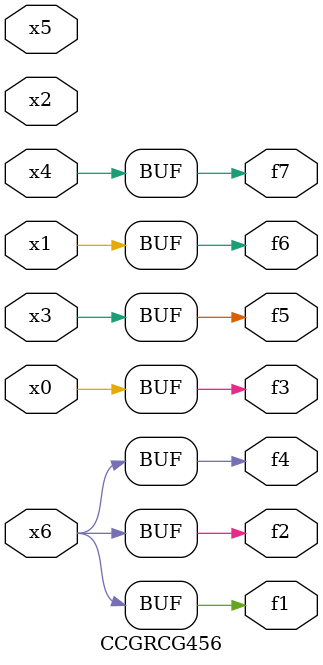
<source format=v>
module CCGRCG456(
	input x0, x1, x2, x3, x4, x5, x6,
	output f1, f2, f3, f4, f5, f6, f7
);
	assign f1 = x6;
	assign f2 = x6;
	assign f3 = x0;
	assign f4 = x6;
	assign f5 = x3;
	assign f6 = x1;
	assign f7 = x4;
endmodule

</source>
